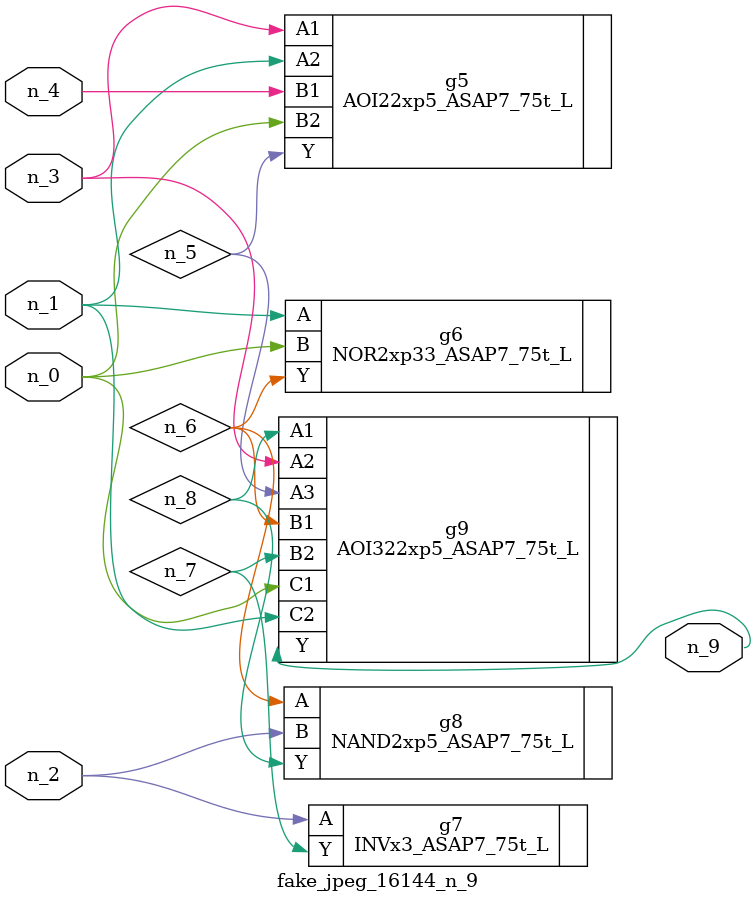
<source format=v>
module fake_jpeg_16144_n_9 (n_3, n_2, n_1, n_0, n_4, n_9);

input n_3;
input n_2;
input n_1;
input n_0;
input n_4;

output n_9;

wire n_8;
wire n_6;
wire n_5;
wire n_7;

AOI22xp5_ASAP7_75t_L g5 ( 
.A1(n_3),
.A2(n_1),
.B1(n_4),
.B2(n_0),
.Y(n_5)
);

NOR2xp33_ASAP7_75t_L g6 ( 
.A(n_1),
.B(n_0),
.Y(n_6)
);

INVx3_ASAP7_75t_L g7 ( 
.A(n_2),
.Y(n_7)
);

NAND2xp5_ASAP7_75t_L g8 ( 
.A(n_6),
.B(n_2),
.Y(n_8)
);

AOI322xp5_ASAP7_75t_L g9 ( 
.A1(n_8),
.A2(n_3),
.A3(n_5),
.B1(n_6),
.B2(n_7),
.C1(n_0),
.C2(n_1),
.Y(n_9)
);


endmodule
</source>
